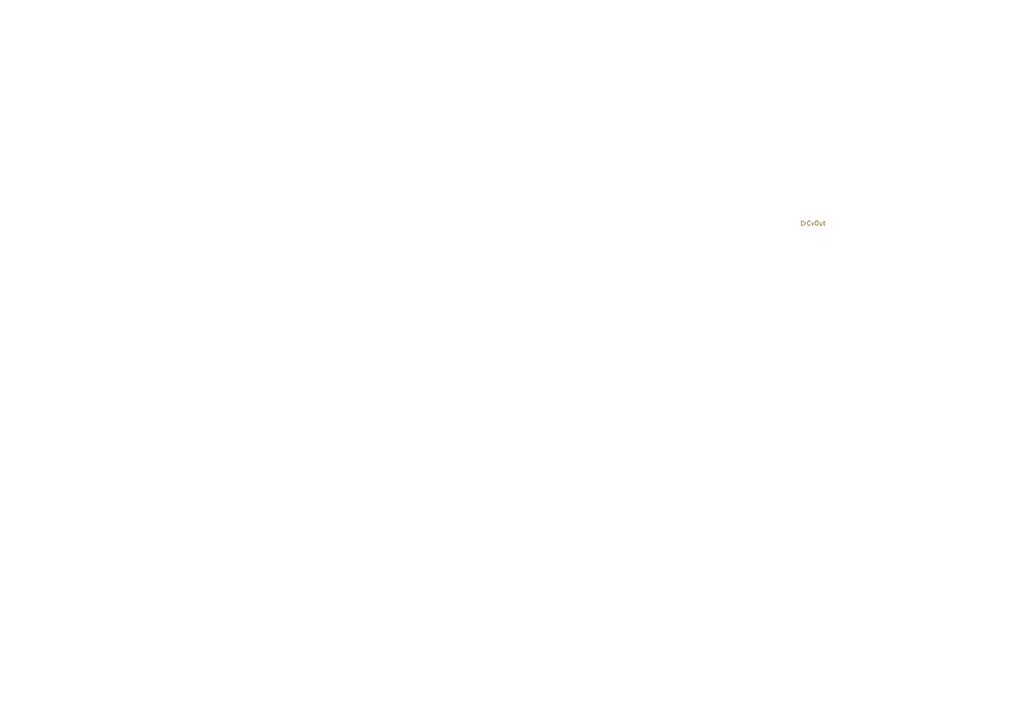
<source format=kicad_sch>
(kicad_sch (version 20230121) (generator eeschema)
  (paper "A4")
  (lib_symbols)
  (hierarchical_label "CvOut" (shape output) (at 232.41 64.77 0))
)
</source>
